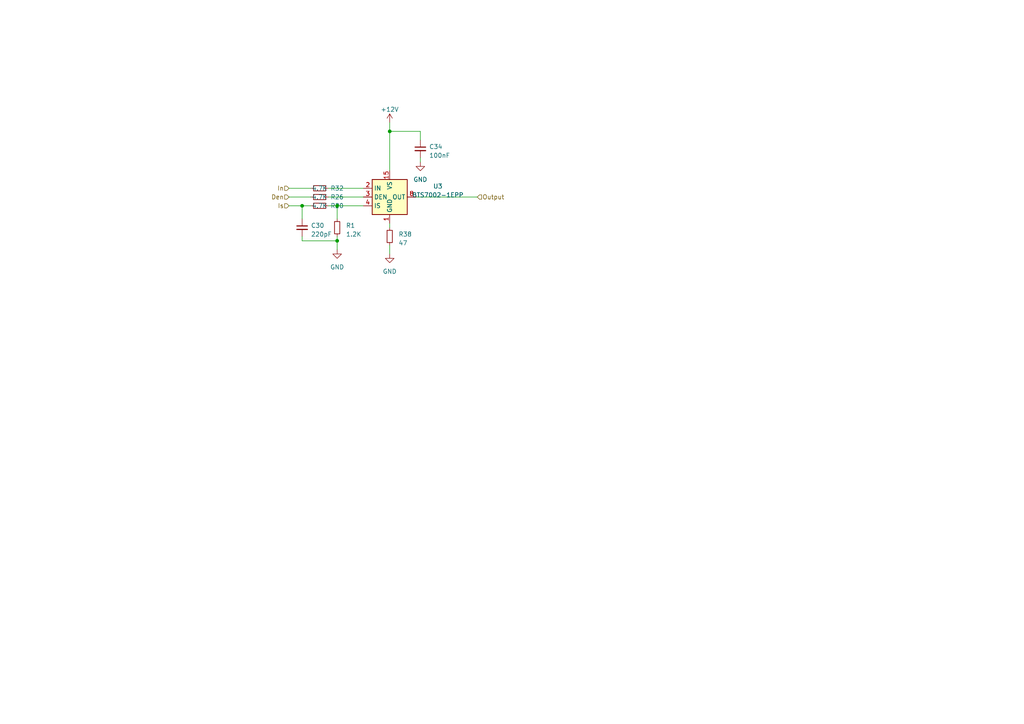
<source format=kicad_sch>
(kicad_sch (version 20230121) (generator eeschema)
  (paper "A4")
  (lib_symbols
    (symbol "Device:C_Small" (pin_numbers hide) (pin_names (offset 0.254) hide)
      (property "Reference" "C" (at 0.254 1.778 0))
      (property "Value" "C_Small" (at 0.254 -2.032 0))
      (symbol "C_Small_0_1"
        (polyline (pts (xy -1.524 -0.508) (xy 1.524 -0.508)) (stroke (width 0.3302)))
        (polyline (pts (xy -1.524 0.508) (xy 1.524 0.508)) (stroke (width 0.3048)))
      )
      (symbol "C_Small_1_1"
        (pin passive line (at 0 2.54 270) (length 2.032) (name "~") (number "1"))
        (pin passive line (at 0 -2.54 90) (length 2.032) (name "~") (number "2"))
      )
    )
    (symbol "Device:R_Small" (pin_numbers hide) (pin_names (offset 0.254) hide)
      (property "Reference" "R" (at 0.762 0.508 0))
      (property "Value" "R_Small" (at 0.762 -1.016 0))
      (symbol "R_Small_0_1"
        (rectangle (start -0.762 1.778) (end 0.762 -1.778) (stroke (width 0.2032)))
      )
      (symbol "R_Small_1_1"
        (pin passive line (at 0 2.54 270) (length 0.762) (name "~") (number "1"))
        (pin passive line (at 0 -2.54 90) (length 0.762) (name "~") (number "2"))
      )
    )
    (symbol "MyLibrary:BTS7002-1EPP"
      (property "Reference" "U" (at -3.81 6.35 0))
      (property "Value" "BTS7002-1EPP" (at 7.62 6.35 0))
      (symbol "BTS7002-1EPP_0_1"
        (rectangle (start -5.08 5.08) (end 5.08 -5.08) (stroke (width 0.254)) (fill (type background)))
      )
      (symbol "BTS7002-1EPP_1_1"
        (pin power_in line (at 0 -7.62 90) (length 2.54) (name "GND") (number "1"))
        (pin passive line (at 7.62 0 180) (length 2.54) hide (name "OUT") (number "10"))
        (pin passive line (at 7.62 0 180) (length 2.54) hide (name "OUT") (number "11"))
        (pin passive line (at 7.62 0 180) (length 2.54) hide (name "OUT") (number "12"))
        (pin passive line (at 7.62 0 180) (length 2.54) hide (name "OUT") (number "13"))
        (pin passive line (at 7.62 0 180) (length 2.54) hide (name "OUT") (number "14"))
        (pin power_in line (at 0 7.62 270) (length 2.54) (name "VS") (number "15"))
        (pin input line (at -7.62 2.54 0) (length 2.54) (name "IN") (number "2"))
        (pin input line (at -7.62 0 0) (length 2.54) (name "DEN") (number "3"))
        (pin output line (at -7.62 -2.54 0) (length 2.54) (name "IS") (number "4"))
        (pin no_connect line (at 5.08 5.08 180) (length 2.54) hide (name "NC") (number "5"))
        (pin no_connect line (at 5.08 2.54 180) (length 2.54) hide (name "NC") (number "6"))
        (pin no_connect line (at 5.08 -2.54 180) (length 2.54) hide (name "NC") (number "7"))
        (pin power_out line (at 7.62 0 180) (length 2.54) (name "OUT") (number "8"))
        (pin passive line (at 7.62 0 180) (length 2.54) hide (name "OUT") (number "9"))
      )
    )
    (symbol "power:+12V" (power) (pin_names (offset 0))
      (property "Value" "+12V" (at 0 3.556 0))
      (symbol "+12V_0_1"
        (polyline (pts (xy -0.762 1.27) (xy 0 2.54)))
        (polyline (pts (xy 0 0) (xy 0 2.54)))
        (polyline (pts (xy 0 2.54) (xy 0.762 1.27)))
      )
      (symbol "+12V_1_1"
        (pin power_in line (at 0 0 90) (length 0) hide (name "+12V") (number "1"))
      )
    )
    (symbol "power:GND" (power) (pin_names (offset 0))
      (property "Value" "GND" (at 0 -3.81 0))
      (symbol "GND_0_1"
        (polyline (pts (xy 0 0) (xy 0 -1.27) (xy 1.27 -1.27) (xy 0 -2.54) (xy -1.27 -1.27) (xy 0 -1.27)))
      )
      (symbol "GND_1_1"
        (pin power_in line (at 0 0 270) (length 0) hide (name "GND") (number "1"))
      )
    )
  )
  (junction (at 97.79 59.69))
  (junction (at 113.03 38.1))
  (junction (at 87.63 59.69))
  (junction (at 97.79 69.85))
  (wire (pts (xy 87.63 69.85) (xy 97.79 69.85)))
  (wire (pts (xy 97.79 63.5) (xy 97.79 59.69)))
  (wire (pts (xy 97.79 68.58) (xy 97.79 69.85)))
  (wire (pts (xy 121.92 38.1) (xy 113.03 38.1)))
  (wire (pts (xy 120.65 57.15) (xy 138.43 57.15)))
  (wire (pts (xy 121.92 45.72) (xy 121.92 46.99)))
  (wire (pts (xy 87.63 59.69) (xy 87.63 63.5)))
  (wire (pts (xy 113.03 71.12) (xy 113.03 73.66)))
  (wire (pts (xy 97.79 69.85) (xy 97.79 72.39)))
  (wire (pts (xy 90.17 59.69) (xy 87.63 59.69)))
  (wire (pts (xy 97.79 59.69) (xy 105.41 59.69)))
  (wire (pts (xy 87.63 68.58) (xy 87.63 69.85)))
  (wire (pts (xy 95.25 54.61) (xy 105.41 54.61)))
  (wire (pts (xy 113.03 64.77) (xy 113.03 66.04)))
  (wire (pts (xy 95.25 59.69) (xy 97.79 59.69)))
  (wire (pts (xy 83.82 59.69) (xy 87.63 59.69)))
  (wire (pts (xy 121.92 40.64) (xy 121.92 38.1)))
  (wire (pts (xy 113.03 38.1) (xy 113.03 49.53)))
  (wire (pts (xy 83.82 54.61) (xy 90.17 54.61)))
  (wire (pts (xy 83.82 57.15) (xy 90.17 57.15)))
  (wire (pts (xy 113.03 35.56) (xy 113.03 38.1)))
  (wire (pts (xy 95.25 57.15) (xy 105.41 57.15)))
  (hierarchical_label "Is" (shape input) (at 83.82 59.69 180))
  (hierarchical_label "Output" (shape input) (at 138.43 57.15 0))
  (hierarchical_label "Den" (shape input) (at 83.82 57.15 180))
  (hierarchical_label "In" (shape input) (at 83.82 54.61 180))
  (symbol (lib_id "Device:C_Small") (at 121.92 43.18 0) (unit 1)
    (property "Reference" "C34" (at 124.46 42.5513 0) (effects (justify left)))
    (property "Value" "100nF" (at 124.46 45.0913 0) (effects (justify left)))
    (property "Footprint" "Capacitor_SMD:C_0603_1608Metric_Pad1.08x0.95mm_HandSolder" (effects hide))
    (instances (project "Power Module Rev 5" (path "" (reference "C34") (unit 1)) (path "" (reference "C24") (unit 1)) (path "" (reference "C25") (unit 1)) (path "" (reference "C26") (unit 1)) (path "" (reference "C36") (unit 1)) (path "" (reference "C37") (unit 1))))
  )
  (symbol (lib_id "Device:R_Small") (at 92.71 54.61 270) (unit 1)
    (property "Reference" "R32" (at 97.79 54.61 90))
    (property "Value" "4.7K" (at 92.71 54.61 90))
    (property "Footprint" "Resistor_SMD:R_0603_1608Metric_Pad0.98x0.95mm_HandSolder" (effects hide))
    (instances (project "Power Module Rev 5" (path "" (reference "R32") (unit 1)) (path "" (reference "R29") (unit 1)) (path "" (reference "R30") (unit 1)) (path "" (reference "R31") (unit 1)) (path "" (reference "R33") (unit 1)) (path "" (reference "R34") (unit 1))))
  )
  (symbol (lib_id "Device:C_Small") (at 87.63 66.04 0) (unit 1)
    (property "Reference" "C30" (at 90.17 65.4113 0) (effects (justify left)))
    (property "Value" "220pF" (at 90.17 67.9513 0) (effects (justify left)))
    (property "Footprint" "Capacitor_SMD:C_0603_1608Metric_Pad1.08x0.95mm_HandSolder" (effects hide))
    (instances (project "Power Module Rev 5" (path "" (reference "C30") (unit 1)) (path "" (reference "C27") (unit 1)) (path "" (reference "C28") (unit 1)) (path "" (reference "C29") (unit 1)) (path "" (reference "C31") (unit 1)) (path "" (reference "C32") (unit 1))))
  )
  (symbol (lib_id "Device:R_Small") (at 113.03 68.58 0) (unit 1)
    (property "Reference" "R38" (at 115.57 67.945 0) (effects (justify left)))
    (property "Value" "47" (at 115.57 70.485 0) (effects (justify left)))
    (property "Footprint" "Resistor_SMD:R_0603_1608Metric_Pad0.98x0.95mm_HandSolder" (effects hide))
    (instances (project "Power Module Rev 5" (path "" (reference "R38") (unit 1)) (path "" (reference "R35") (unit 1)) (path "" (reference "R36") (unit 1)) (path "" (reference "R37") (unit 1)) (path "" (reference "R39") (unit 1)) (path "" (reference "R40") (unit 1))))
  )
  (symbol (lib_id "Device:R_Small") (at 92.71 57.15 270) (unit 1)
    (property "Reference" "R26" (at 97.79 57.15 90))
    (property "Value" "4.7K" (at 92.71 57.15 90))
    (property "Footprint" "Resistor_SMD:R_0603_1608Metric_Pad0.98x0.95mm_HandSolder" (effects hide))
    (instances (project "Power Module Rev 5" (path "" (reference "R26") (unit 1)) (path "" (reference "R23") (unit 1)) (path "" (reference "R24") (unit 1)) (path "" (reference "R25") (unit 1)) (path "" (reference "R27") (unit 1)) (path "" (reference "R28") (unit 1))))
  )
  (symbol (lib_id "Device:R_Small") (at 92.71 59.69 270) (unit 1)
    (property "Reference" "R20" (at 97.79 59.69 90))
    (property "Value" "4.7K" (at 92.71 59.69 90))
    (property "Footprint" "Resistor_SMD:R_0603_1608Metric_Pad0.98x0.95mm_HandSolder" (effects hide))
    (instances (project "Power Module Rev 5" (path "" (reference "R20") (unit 1)) (path "" (reference "R17") (unit 1)) (path "" (reference "R18") (unit 1)) (path "" (reference "R19") (unit 1)) (path "" (reference "R21") (unit 1)) (path "" (reference "R22") (unit 1))))
  )
  (symbol (lib_id "power:+12V") (at 113.03 35.56 0) (unit 1)
    (property "Reference" "#PWR027" (effects hide))
    (property "Value" "+12V" (at 113.03 31.75 0))
    (instances (project "Power Module Rev 5" (path "" (reference "#PWR027") (unit 1)) (path "" (reference "#PWR024") (unit 1)) (path "" (reference "#PWR025") (unit 1)) (path "" (reference "#PWR026") (unit 1)) (path "" (reference "#PWR028") (unit 1)) (path "" (reference "#PWR029") (unit 1))))
  )
  (symbol (lib_id "Device:R_Small") (at 97.79 66.04 0) (unit 1)
    (property "Reference" "R1" (at 100.33 65.405 0) (effects (justify left)))
    (property "Value" "1.2K" (at 100.33 67.945 0) (effects (justify left)))
    (property "Footprint" "Resistor_SMD:R_0603_1608Metric_Pad0.98x0.95mm_HandSolder" (effects hide))
    (instances (project "Power Module Rev 5" (path "" (reference "R1") (unit 1)) (path "" (reference "R2") (unit 1)) (path "" (reference "R5") (unit 1)) (path "" (reference "R6") (unit 1)) (path "" (reference "R15") (unit 1)) (path "" (reference "R16") (unit 1))))
  )
  (symbol (lib_id "power:GND") (at 97.79 72.39 0) (unit 1)
    (property "Reference" "#PWR021" (effects hide))
    (property "Value" "GND" (at 97.79 77.47 0))
    (instances (project "Power Module Rev 5" (path "" (reference "#PWR021") (unit 1)) (path "" (reference "#PWR018") (unit 1)) (path "" (reference "#PWR019") (unit 1)) (path "" (reference "#PWR020") (unit 1)) (path "" (reference "#PWR022") (unit 1)) (path "" (reference "#PWR023") (unit 1))))
  )
  (symbol (lib_id "power:GND") (at 121.92 46.99 0) (unit 1)
    (property "Reference" "#PWR050" (effects hide))
    (property "Value" "GND" (at 121.92 52.07 0))
    (instances (project "Power Module Rev 5" (path "" (reference "#PWR050") (unit 1)) (path "" (reference "#PWR047") (unit 1)) (path "" (reference "#PWR048") (unit 1)) (path "" (reference "#PWR049") (unit 1)) (path "" (reference "#PWR051") (unit 1)) (path "" (reference "#PWR052") (unit 1))))
  )
  (symbol (lib_id "MyLibrary:BTS7002-1EPP") (at 113.03 57.15 0) (unit 1)
    (property "Reference" "U3" (at 127 54.0259 0))
    (property "Value" "BTS7002-1EPP" (at 127 56.5659 0))
    (property "Footprint" "MyKiCadLibraries:Infineon_PG-TSDSO-14-22 - thermal vias" (effects hide))
    (property "Datasheet" "https://www.infineon.com/dgdl/Infineon-BTS7004-1EPP-DS-v01_00-EN.pdf?fileId=5546d4626102d35a016147550a725555" (effects hide))
    (instances (project "Power Module Rev 5" (path "" (reference "U3") (unit 1)) (path "" (reference "U3") (unit 1)) (path "" (reference "U4") (unit 1)) (path "" (reference "U5") (unit 1)) (path "" (reference "U7") (unit 1)) (path "" (reference "U9") (unit 1)) (path "" (reference "U10") (unit 1))))
  )
  (symbol (lib_id "power:GND") (at 113.03 73.66 0) (unit 1)
    (property "Reference" "#PWR033" (effects hide))
    (property "Value" "GND" (at 113.03 78.74 0))
    (instances (project "Power Module Rev 5" (path "" (reference "#PWR033") (unit 1)) (path "" (reference "#PWR030") (unit 1)) (path "" (reference "#PWR031") (unit 1)) (path "" (reference "#PWR032") (unit 1)) (path "" (reference "#PWR034") (unit 1)) (path "" (reference "#PWR035") (unit 1))))
  )
)
</source>
